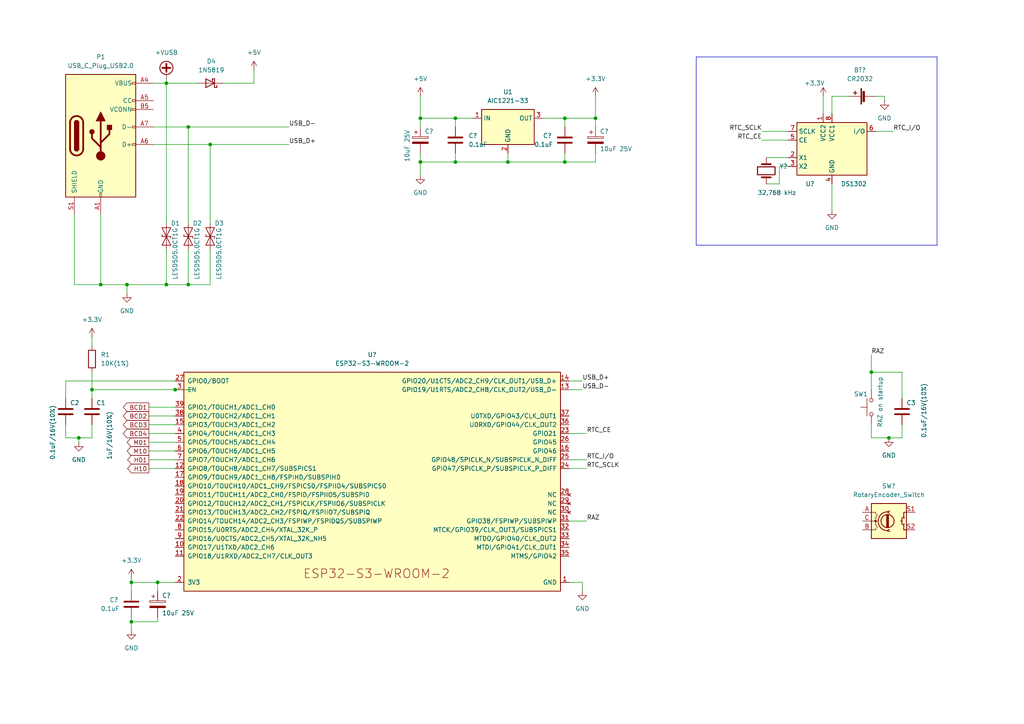
<source format=kicad_sch>
(kicad_sch (version 20230121) (generator eeschema)
  (paper "A4")
  (title_block (title "Horloge Nixie") (date "2023/07/01") (rev "0.1") (company "Laurent Claude"))
  (lib_symbols
    (symbol "Connector:USB_C_Plug_USB2.0" (pin_names (offset 1.016))
      (property "Reference" "P" (at -10.16 19.05 0))
      (property "Value" "USB_C_Plug_USB2.0" (at 12.7 19.05 0))
      (symbol "USB_C_Plug_USB2.0_0_0"
        (rectangle (start -0.254 -17.78) (end 0.254 -16.764))
        (rectangle (start 10.16 -2.286) (end 9.144 -2.794))
        (rectangle (start 10.16 2.794) (end 9.144 2.286))
        (rectangle (start 10.16 7.874) (end 9.144 7.366))
        (rectangle (start 10.16 10.414) (end 9.144 9.906))
        (rectangle (start 10.16 15.494) (end 9.144 14.986))
      )
      (symbol "USB_C_Plug_USB2.0_0_1"
        (rectangle (start -10.16 17.78) (end 10.16 -17.78) (stroke (width 0.254)) (fill (type background)))
        (arc (start -8.89 -3.81) (mid -6.985 -5.7067) (end -5.08 -3.81) (stroke (width 0.508)))
        (arc (start -7.62 -3.81) (mid -6.985 -4.4423) (end -6.35 -3.81) (stroke (width 0.254)))
        (arc (start -7.62 -3.81) (mid -6.985 -4.4423) (end -6.35 -3.81) (stroke (width 0.254)) (fill (type outline)))
        (rectangle (start -7.62 -3.81) (end -6.35 3.81) (stroke (width 0.254)) (fill (type outline)))
        (arc (start -6.35 3.81) (mid -6.985 4.4423) (end -7.62 3.81) (stroke (width 0.254)))
        (arc (start -6.35 3.81) (mid -6.985 4.4423) (end -7.62 3.81) (stroke (width 0.254)) (fill (type outline)))
        (arc (start -5.08 3.81) (mid -6.985 5.7067) (end -8.89 3.81) (stroke (width 0.508)))
        (circle (center -2.54 1.143) (radius 0.635) (stroke (width 0.254)) (fill (type outline)))
        (circle (center 0 -5.842) (radius 1.27) (fill (type outline)))
        (polyline (pts (xy -8.89 -3.81) (xy -8.89 3.81)) (stroke (width 0.508)))
        (polyline (pts (xy -5.08 3.81) (xy -5.08 -3.81)) (stroke (width 0.508)))
        (polyline (pts (xy 0 -5.842) (xy 0 4.318)) (stroke (width 0.508)))
        (polyline (pts (xy 0 -3.302) (xy -2.54 -0.762) (xy -2.54 0.508)) (stroke (width 0.508)))
        (polyline (pts (xy 0 -2.032) (xy 2.54 0.508) (xy 2.54 1.778)) (stroke (width 0.508)))
        (polyline (pts (xy -1.27 4.318) (xy 0 6.858) (xy 1.27 4.318) (xy -1.27 4.318)) (stroke (width 0.254)) (fill (type outline)))
        (rectangle (start 1.905 1.778) (end 3.175 3.048) (stroke (width 0.254)) (fill (type outline)))
      )
      (symbol "USB_C_Plug_USB2.0_1_1"
        (pin passive line (at 0 -22.86 90) (length 5.08) (name "GND") (number "A1"))
        (pin passive line (at 0 -22.86 90) (length 5.08) hide (name "GND") (number "A12"))
        (pin passive line (at 15.24 15.24 180) (length 5.08) (name "VBUS") (number "A4"))
        (pin bidirectional line (at 15.24 10.16 180) (length 5.08) (name "CC") (number "A5"))
        (pin bidirectional line (at 15.24 -2.54 180) (length 5.08) (name "D+") (number "A6"))
        (pin bidirectional line (at 15.24 2.54 180) (length 5.08) (name "D-") (number "A7"))
        (pin passive line (at 15.24 15.24 180) (length 5.08) hide (name "VBUS") (number "A9"))
        (pin passive line (at 0 -22.86 90) (length 5.08) hide (name "GND") (number "B1"))
        (pin passive line (at 0 -22.86 90) (length 5.08) hide (name "GND") (number "B12"))
        (pin passive line (at 15.24 15.24 180) (length 5.08) hide (name "VBUS") (number "B4"))
        (pin bidirectional line (at 15.24 7.62 180) (length 5.08) (name "VCONN") (number "B5"))
        (pin passive line (at 15.24 15.24 180) (length 5.08) hide (name "VBUS") (number "B9"))
        (pin passive line (at -7.62 -22.86 90) (length 5.08) (name "SHIELD") (number "S1"))
      )
    )
    (symbol "Device:Battery_Cell" (pin_numbers hide) (pin_names (offset 0) hide)
      (property "Reference" "BT" (at 2.54 2.54 0))
      (property "Value" "Battery_Cell" (at 2.54 0 0))
      (symbol "Battery_Cell_0_1"
        (rectangle (start -2.286 1.778) (end 2.286 1.524) (fill (type outline)))
        (rectangle (start -1.5748 1.1938) (end 1.4732 0.6858) (fill (type outline)))
        (polyline (pts (xy 0 0.762) (xy 0 0)))
        (polyline (pts (xy 0 1.778) (xy 0 2.54)))
        (polyline (pts (xy 0.508 3.429) (xy 1.524 3.429)) (stroke (width 0.254)))
        (polyline (pts (xy 1.016 3.937) (xy 1.016 2.921)) (stroke (width 0.254)))
      )
      (symbol "Battery_Cell_1_1"
        (pin passive line (at 0 5.08 270) (length 2.54) (name "+") (number "1"))
        (pin passive line (at 0 -2.54 90) (length 2.54) (name "-") (number "2"))
      )
    )
    (symbol "Device:C" (pin_numbers hide) (pin_names (offset 0.254))
      (property "Reference" "C" (at 0.635 2.54 0))
      (property "Value" "C" (at 0.635 -2.54 0))
      (symbol "C_0_1"
        (polyline (pts (xy -2.032 -0.762) (xy 2.032 -0.762)) (stroke (width 0.508)))
        (polyline (pts (xy -2.032 0.762) (xy 2.032 0.762)) (stroke (width 0.508)))
      )
      (symbol "C_1_1"
        (pin passive line (at 0 3.81 270) (length 2.794) (name "~") (number "1"))
        (pin passive line (at 0 -3.81 90) (length 2.794) (name "~") (number "2"))
      )
    )
    (symbol "Device:C_Polarized" (pin_numbers hide) (pin_names (offset 0.254))
      (property "Reference" "C" (at 0.635 2.54 0))
      (property "Value" "C_Polarized" (at 0.635 -2.54 0))
      (symbol "C_Polarized_0_1"
        (rectangle (start -2.286 0.508) (end 2.286 1.016))
        (polyline (pts (xy -1.778 2.286) (xy -0.762 2.286)))
        (polyline (pts (xy -1.27 2.794) (xy -1.27 1.778)))
        (rectangle (start 2.286 -0.508) (end -2.286 -1.016) (fill (type outline)))
      )
      (symbol "C_Polarized_1_1"
        (pin passive line (at 0 3.81 270) (length 2.794) (name "~") (number "1"))
        (pin passive line (at 0 -3.81 90) (length 2.794) (name "~") (number "2"))
      )
    )
    (symbol "Device:Crystal" (pin_numbers hide) (pin_names (offset 1.016) hide)
      (property "Reference" "Y" (at 0 3.81 0))
      (property "Value" "Crystal" (at 0 -3.81 0))
      (symbol "Crystal_0_1"
        (rectangle (start -1.143 2.54) (end 1.143 -2.54) (stroke (width 0.3048)))
        (polyline (pts (xy -2.54 0) (xy -1.905 0)))
        (polyline (pts (xy -1.905 -1.27) (xy -1.905 1.27)) (stroke (width 0.508)))
        (polyline (pts (xy 1.905 -1.27) (xy 1.905 1.27)) (stroke (width 0.508)))
        (polyline (pts (xy 2.54 0) (xy 1.905 0)))
      )
      (symbol "Crystal_1_1"
        (pin passive line (at -3.81 0 0) (length 1.27) (name "1") (number "1"))
        (pin passive line (at 3.81 0 180) (length 1.27) (name "2") (number "2"))
      )
    )
    (symbol "Device:R" (pin_numbers hide) (pin_names (offset 0))
      (property "Reference" "R" (at 2.032 0 90))
      (property "Value" "R" (at 0 0 90))
      (symbol "R_0_1"
        (rectangle (start -1.016 -2.54) (end 1.016 2.54) (stroke (width 0.254)))
      )
      (symbol "R_1_1"
        (pin passive line (at 0 3.81 270) (length 1.27) (name "~") (number "1"))
        (pin passive line (at 0 -3.81 90) (length 1.27) (name "~") (number "2"))
      )
    )
    (symbol "Device:RotaryEncoder_Switch" (pin_names (offset 0.254) hide)
      (property "Reference" "SW" (at 0 6.604 0))
      (property "Value" "RotaryEncoder_Switch" (at 0 -6.604 0))
      (symbol "RotaryEncoder_Switch_0_1"
        (rectangle (start -5.08 5.08) (end 5.08 -5.08) (stroke (width 0.254)) (fill (type background)))
        (circle (center -3.81 0) (radius 0.254) (fill (type outline)))
        (circle (center -0.381 0) (radius 1.905) (stroke (width 0.254)))
        (arc (start -0.381 2.667) (mid -3.0988 -0.0635) (end -0.381 -2.794) (stroke (width 0.254)))
        (polyline (pts (xy -0.635 -1.778) (xy -0.635 1.778)) (stroke (width 0.254)))
        (polyline (pts (xy -0.381 -1.778) (xy -0.381 1.778)) (stroke (width 0.254)))
        (polyline (pts (xy -0.127 1.778) (xy -0.127 -1.778)) (stroke (width 0.254)))
        (polyline (pts (xy 3.81 0) (xy 3.429 0)) (stroke (width 0.254)))
        (polyline (pts (xy 3.81 1.016) (xy 3.81 -1.016)) (stroke (width 0.254)))
        (polyline (pts (xy -5.08 -2.54) (xy -3.81 -2.54) (xy -3.81 -2.032)))
        (polyline (pts (xy -5.08 2.54) (xy -3.81 2.54) (xy -3.81 2.032)))
        (polyline (pts (xy 0.254 -3.048) (xy -0.508 -2.794) (xy 0.127 -2.413)) (stroke (width 0.254)))
        (polyline (pts (xy 0.254 2.921) (xy -0.508 2.667) (xy 0.127 2.286)) (stroke (width 0.254)))
        (polyline (pts (xy 5.08 -2.54) (xy 4.318 -2.54) (xy 4.318 -1.016)) (stroke (width 0.254)))
        (polyline (pts (xy 5.08 2.54) (xy 4.318 2.54) (xy 4.318 1.016)) (stroke (width 0.254)))
        (polyline (pts (xy -5.08 0) (xy -3.81 0) (xy -3.81 -1.016) (xy -3.302 -2.032)))
        (polyline (pts (xy -4.318 0) (xy -3.81 0) (xy -3.81 1.016) (xy -3.302 2.032)))
        (circle (center 4.318 -1.016) (radius 0.127) (stroke (width 0.254)))
        (circle (center 4.318 1.016) (radius 0.127) (stroke (width 0.254)))
      )
      (symbol "RotaryEncoder_Switch_1_1"
        (pin passive line (at -7.62 2.54 0) (length 2.54) (name "A") (number "A"))
        (pin passive line (at -7.62 -2.54 0) (length 2.54) (name "B") (number "B"))
        (pin passive line (at -7.62 0 0) (length 2.54) (name "C") (number "C"))
        (pin passive line (at 7.62 2.54 180) (length 2.54) (name "S1") (number "S1"))
        (pin passive line (at 7.62 -2.54 180) (length 2.54) (name "S2") (number "S2"))
      )
    )
    (symbol "Diode:1N5819" (pin_numbers hide) (pin_names (offset 1.016) hide)
      (property "Reference" "D" (at 0 2.54 0))
      (property "Value" "1N5819" (at 0 -2.54 0))
      (symbol "1N5819_0_1"
        (polyline (pts (xy 1.27 0) (xy -1.27 0)))
        (polyline (pts (xy 1.27 1.27) (xy 1.27 -1.27) (xy -1.27 0) (xy 1.27 1.27)) (stroke (width 0.254)))
        (polyline (pts (xy -1.905 0.635) (xy -1.905 1.27) (xy -1.27 1.27) (xy -1.27 -1.27) (xy -0.635 -1.27) (xy -0.635 -0.635)) (stroke (width 0.254)))
      )
      (symbol "1N5819_1_1"
        (pin passive line (at -3.81 0 0) (length 2.54) (name "K") (number "1"))
        (pin passive line (at 3.81 0 180) (length 2.54) (name "A") (number "2"))
      )
    )
    (symbol "Diode:SD05_SOD323" (pin_numbers hide) (pin_names (offset 1.016) hide)
      (property "Reference" "D" (at 0 2.54 0))
      (property "Value" "SD05_SOD323" (at 0 -2.54 0))
      (symbol "SD05_SOD323_0_1"
        (polyline (pts (xy 1.27 0) (xy -1.27 0)))
        (polyline (pts (xy -2.54 -1.27) (xy 0 0) (xy -2.54 1.27) (xy -2.54 -1.27)) (stroke (width 0.2032)))
        (polyline (pts (xy 0.508 1.27) (xy 0 1.27) (xy 0 -1.27) (xy -0.508 -1.27)) (stroke (width 0.2032)))
        (polyline (pts (xy 2.54 1.27) (xy 2.54 -1.27) (xy 0 0) (xy 2.54 1.27)) (stroke (width 0.2032)))
      )
      (symbol "SD05_SOD323_1_1"
        (pin passive line (at -3.81 0 0) (length 2.54) (name "A1") (number "1"))
        (pin passive line (at 3.81 0 180) (length 2.54) (name "A2") (number "2"))
      )
    )
    (symbol "Espressif:ESP32-S3-WROOM-2" (pin_names (offset 1.016))
      (property "Reference" "U" (at -55.88 38.1 0))
      (property "Value" "ESP32-S3-WROOM-2" (at -55.88 35.56 0))
      (symbol "ESP32-S3-WROOM-2_0_0"
        (rectangle (start -55.88 33.02) (end 53.34 -30.48) (stroke (width 0.254)) (fill (type background)))
        (text "ESP32-S3-WROOM-2" (at 0 -25.4 0) (effects (font (size 2.54 2.54))))
        (pin power_in line (at 55.88 -27.94 180) (length 2.54) (name "GND") (number "1"))
        (pin bidirectional line (at -58.42 -17.78 0) (length 2.54) (name "GPIO17/U1TXD/ADC2_CH6") (number "10"))
        (pin bidirectional line (at -58.42 -20.32 0) (length 2.54) (name "GPIO18/U1RXD/ADC2_CH7/CLK_OUT3") (number "11"))
        (pin bidirectional line (at -58.42 5.08 0) (length 2.54) (name "GPIO8/TOUCH8/ADC1_CH7/SUBSPICS1") (number "12"))
        (pin bidirectional line (at 55.88 27.94 180) (length 2.54) (name "GPIO19/U1RTS/ADC2_CH8/CLK_OUT2/USB_D-") (number "13"))
        (pin bidirectional line (at 55.88 30.48 180) (length 2.54) (name "GPIO20/U1CTS/ADC2_CH9/CLK_OUT1/USB_D+") (number "14"))
        (pin bidirectional line (at -58.42 17.78 0) (length 2.54) (name "GPIO3/TOUCH3/ADC1_CH2") (number "15"))
        (pin bidirectional line (at 55.88 10.16 180) (length 2.54) (name "GPIO46") (number "16"))
        (pin bidirectional line (at -58.42 2.54 0) (length 2.54) (name "GPIO9/TOUCH9/ADC1_CH8/FSPIHD/SUBSPIHD") (number "17"))
        (pin bidirectional line (at -58.42 0 0) (length 2.54) (name "GPIO10/TOUCH10/ADC1_CH9/FSPICS0/FSPIIO4/SUBSPICS0") (number "18"))
        (pin bidirectional line (at -58.42 -2.54 0) (length 2.54) (name "GPIO11/TOUCH11/ADC2_CH0/FSPID/FSPIIO5/SUBSPID") (number "19"))
        (pin power_in line (at -58.42 -27.94 0) (length 2.54) (name "3V3") (number "2"))
        (pin bidirectional line (at -58.42 -5.08 0) (length 2.54) (name "GPIO12/TOUCH12/ADC2_CH1/FSPICLK/FSPIIO6/SUBSPICLK") (number "20"))
        (pin bidirectional line (at -58.42 -7.62 0) (length 2.54) (name "GPIO13/TOUCH13/ADC2_CH2/FSPIQ/FSPIIO7/SUBSPIQ") (number "21"))
        (pin bidirectional line (at -58.42 -10.16 0) (length 2.54) (name "GPIO14/TOUCH14/ADC2_CH3/FSPIWP/FSPIDQS/SUBSPIWP") (number "22"))
        (pin bidirectional line (at 55.88 15.24 180) (length 2.54) (name "GPIO21") (number "23"))
        (pin bidirectional line (at 55.88 5.08 180) (length 2.54) (name "GPIO47/SPICLK_P/SUBSPICLK_P_DIFF") (number "24"))
        (pin bidirectional line (at 55.88 7.62 180) (length 2.54) (name "GPIO48/SPICLK_N/SUBSPICLK_N_DIFF") (number "25"))
        (pin bidirectional line (at 55.88 12.7 180) (length 2.54) (name "GPIO45") (number "26"))
        (pin bidirectional line (at -58.42 30.48 0) (length 2.54) (name "GPIO0/BOOT") (number "27"))
        (pin no_connect line (at 55.88 -2.54 180) (length 2.54) (name "NC") (number "28"))
        (pin no_connect line (at 55.88 -5.08 180) (length 2.54) (name "NC") (number "29"))
        (pin input line (at -58.42 27.94 0) (length 2.54) (name "EN") (number "3"))
        (pin no_connect line (at 55.88 -7.62 180) (length 2.54) (name "NC") (number "30"))
        (pin bidirectional line (at 55.88 -10.16 180) (length 2.54) (name "GPIO38/FSPIWP/SUBSPIWP") (number "31"))
        (pin bidirectional line (at 55.88 -12.7 180) (length 2.54) (name "MTCK/GPIO39/CLK_OUT3/SUBSPICS1") (number "32"))
        (pin bidirectional line (at 55.88 -15.24 180) (length 2.54) (name "MTDO/GPIO40/CLK_OUT2") (number "33"))
        (pin bidirectional line (at 55.88 -17.78 180) (length 2.54) (name "MTDI/GPIO41/CLK_OUT1") (number "34"))
        (pin bidirectional line (at 55.88 -20.32 180) (length 2.54) (name "MTMS/GPIO42") (number "35"))
        (pin bidirectional line (at 55.88 17.78 180) (length 2.54) (name "U0RXD/GPIO44/CLK_OUT2") (number "36"))
        (pin bidirectional line (at 55.88 20.32 180) (length 2.54) (name "U0TXD/GPIO43/CLK_OUT1") (number "37"))
        (pin bidirectional line (at -58.42 20.32 0) (length 2.54) (name "GPIO2/TOUCH2/ADC1_CH1") (number "38"))
        (pin bidirectional line (at -58.42 22.86 0) (length 2.54) (name "GPIO1/TOUCH1/ADC1_CH0") (number "39"))
        (pin bidirectional line (at -58.42 15.24 0) (length 2.54) (name "GPIO4/TOUCH4/ADC1_CH3") (number "4"))
        (pin passive line (at 55.88 -27.94 180) (length 2.54) hide (name "GND") (number "40"))
        (pin passive line (at 55.88 -27.94 180) (length 2.54) hide (name "GND") (number "41"))
        (pin bidirectional line (at -58.42 12.7 0) (length 2.54) (name "GPIO5/TOUCH5/ADC1_CH4") (number "5"))
        (pin bidirectional line (at -58.42 10.16 0) (length 2.54) (name "GPIO6/TOUCH6/ADC1_CH5") (number "6"))
        (pin bidirectional line (at -58.42 7.62 0) (length 2.54) (name "GPIO7/TOUCH7/ADC1_CH6") (number "7"))
        (pin bidirectional line (at -58.42 -12.7 0) (length 2.54) (name "GPIO15/U0RTS/ADC2_CH4/XTAL_32K_P") (number "8"))
        (pin bidirectional line (at -58.42 -15.24 0) (length 2.54) (name "GPIO16/U0CTS/ADC2_CH5/XTAL_32K_NH5") (number "9"))
      )
    )
    (symbol "Lolo_lib:+VUSB" (power) (pin_names (offset 0))
      (property "Value" "+VUSB" (at 0 6.35 0))
      (symbol "+VUSB_0_1"
        (polyline (pts (xy -1.143 3.175) (xy 1.143 3.175)) (stroke (width 0.508)))
        (polyline (pts (xy 0 0) (xy 0 1.27)))
        (polyline (pts (xy 0 2.032) (xy 0 4.318)) (stroke (width 0.508)))
        (circle (center 0 3.175) (radius 1.905) (stroke (width 0.254)))
      )
      (symbol "+VUSB_1_1"
        (pin power_in line (at 0 0 90) (length 0) hide (name "+VUSB") (number "1"))
      )
    )
    (symbol "Regulator_Linear:LT1963AxST-3.3"
      (property "Reference" "U" (at -7.62 6.35 0))
      (property "Value" "LT1963AxST-3.3" (at -1.27 6.35 0))
      (symbol "LT1963AxST-3.3_0_1"
        (rectangle (start -7.62 5.08) (end 7.62 -5.08) (stroke (width 0.254)) (fill (type background)))
      )
      (symbol "LT1963AxST-3.3_1_1"
        (pin power_in line (at -10.16 2.54 0) (length 2.54) (name "IN") (number "1"))
        (pin power_in line (at 0 -7.62 90) (length 2.54) (name "GND") (number "2"))
        (pin power_out line (at 10.16 2.54 180) (length 2.54) (name "OUT") (number "3"))
      )
    )
    (symbol "Switch:SW_Push" (pin_numbers hide) (pin_names (offset 1.016) hide)
      (property "Reference" "SW" (at 1.27 2.54 0))
      (property "Value" "SW_Push" (at 0 -1.524 0))
      (symbol "SW_Push_0_1"
        (circle (center -2.032 0) (radius 0.508))
        (polyline (pts (xy 0 1.27) (xy 0 3.048)))
        (polyline (pts (xy 2.54 1.27) (xy -2.54 1.27)))
        (circle (center 2.032 0) (radius 0.508))
        (pin passive line (at -5.08 0 0) (length 2.54) (name "1") (number "1"))
        (pin passive line (at 5.08 0 180) (length 2.54) (name "2") (number "2"))
      )
    )
    (symbol "Timer_RTC:DS1302+"
      (property "Reference" "U" (at -8.89 8.89 0))
      (property "Value" "DS1302+" (at 6.35 8.89 0))
      (symbol "DS1302+_1_1"
        (rectangle (start -10.16 7.62) (end 10.16 -7.62) (stroke (width 0.254)) (fill (type background)))
        (pin power_in line (at -2.54 10.16 270) (length 2.54) (name "VCC2") (number "1"))
        (pin input line (at -12.7 -2.54 0) (length 2.54) (name "X1") (number "2"))
        (pin input line (at -12.7 -5.08 0) (length 2.54) (name "X2") (number "3"))
        (pin power_in line (at 0 -10.16 90) (length 2.54) (name "GND") (number "4"))
        (pin input line (at -12.7 2.54 0) (length 2.54) (name "CE") (number "5"))
        (pin bidirectional line (at 12.7 5.08 180) (length 2.54) (name "I/O") (number "6"))
        (pin input line (at -12.7 5.08 0) (length 2.54) (name "SCLK") (number "7"))
        (pin power_in line (at 0 10.16 270) (length 2.54) (name "VCC1") (number "8"))
      )
    )
    (symbol "power:+3.3V" (power) (pin_names (offset 0))
      (property "Value" "+3.3V" (at 0 3.556 0))
      (symbol "+3.3V_0_1"
        (polyline (pts (xy -0.762 1.27) (xy 0 2.54)))
        (polyline (pts (xy 0 0) (xy 0 2.54)))
        (polyline (pts (xy 0 2.54) (xy 0.762 1.27)))
      )
      (symbol "+3.3V_1_1"
        (pin power_in line (at 0 0 90) (length 0) hide (name "+3.3V") (number "1"))
      )
    )
    (symbol "power:+5V" (power) (pin_names (offset 0))
      (property "Value" "+5V" (at 0 3.556 0))
      (symbol "+5V_0_1"
        (polyline (pts (xy -0.762 1.27) (xy 0 2.54)))
        (polyline (pts (xy 0 0) (xy 0 2.54)))
        (polyline (pts (xy 0 2.54) (xy 0.762 1.27)))
      )
      (symbol "+5V_1_1"
        (pin power_in line (at 0 0 90) (length 0) hide (name "+5V") (number "1"))
      )
    )
    (symbol "power:GND" (power) (pin_names (offset 0))
      (property "Value" "GND" (at 0 -3.81 0))
      (symbol "GND_0_1"
        (polyline (pts (xy 0 0) (xy 0 -1.27) (xy 1.27 -1.27) (xy 0 -2.54) (xy -1.27 -1.27) (xy 0 -1.27)))
      )
      (symbol "GND_1_1"
        (pin power_in line (at 0 0 270) (length 0) hide (name "GND") (number "1"))
      )
    )
  )
  (junction (at 121.92 46.99))
  (junction (at 257.81 127))
  (junction (at 48.26 82.55))
  (junction (at 48.26 24.13))
  (junction (at 38.1 180.34))
  (junction (at 163.83 34.29))
  (junction (at 38.1 168.91))
  (junction (at 45.72 168.91))
  (junction (at 54.61 82.55))
  (junction (at 36.83 82.55))
  (junction (at 147.32 46.99))
  (junction (at 26.67 113.03))
  (junction (at 29.21 82.55))
  (junction (at 132.08 34.29))
  (junction (at 132.08 46.99))
  (junction (at 121.92 34.29))
  (junction (at 54.61 36.83))
  (junction (at 22.86 127))
  (junction (at 60.96 41.91))
  (junction (at 163.83 46.99))
  (junction (at 172.72 34.29))
  (junction (at 252.73 107.95))
  (junction (at 50.8 113.03))
  (wire (pts (xy 163.83 44.45) (xy 163.83 46.99)))
  (wire (pts (xy 38.1 168.91) (xy 38.1 171.45)))
  (wire (pts (xy 29.21 82.55) (xy 36.83 82.55)))
  (wire (pts (xy 238.76 27.94) (xy 238.76 33.02)))
  (polyline (pts (xy 201.93 16.51) (xy 201.93 71.12)))
  (wire (pts (xy 172.72 46.99) (xy 163.83 46.99)))
  (wire (pts (xy 22.86 127) (xy 26.67 127)))
  (wire (pts (xy 21.59 82.55) (xy 29.21 82.55)))
  (wire (pts (xy 252.73 113.03) (xy 252.73 107.95)))
  (wire (pts (xy 43.18 130.81) (xy 50.8 130.81)))
  (wire (pts (xy 220.98 38.1) (xy 228.6 38.1)))
  (wire (pts (xy 50.8 110.49) (xy 19.05 110.49)))
  (wire (pts (xy 26.67 113.03) (xy 26.67 115.57)))
  (wire (pts (xy 168.91 171.45) (xy 168.91 168.91)))
  (wire (pts (xy 48.26 24.13) (xy 48.26 64.77)))
  (wire (pts (xy 132.08 44.45) (xy 132.08 46.99)))
  (wire (pts (xy 36.83 82.55) (xy 36.83 85.09)))
  (wire (pts (xy 38.1 168.91) (xy 45.72 168.91)))
  (wire (pts (xy 165.1 125.73) (xy 170.18 125.73)))
  (wire (pts (xy 45.72 179.07) (xy 45.72 180.34)))
  (wire (pts (xy 121.92 44.45) (xy 121.92 46.99)))
  (wire (pts (xy 26.67 113.03) (xy 50.8 113.03)))
  (wire (pts (xy 43.18 133.35) (xy 50.8 133.35)))
  (wire (pts (xy 54.61 82.55) (xy 54.61 72.39)))
  (wire (pts (xy 22.86 127) (xy 22.86 128.27)))
  (wire (pts (xy 121.92 46.99) (xy 121.92 50.8)))
  (wire (pts (xy 147.32 46.99) (xy 163.83 46.99)))
  (wire (pts (xy 43.18 120.65) (xy 50.8 120.65)))
  (wire (pts (xy 165.1 110.49) (xy 168.91 110.49)))
  (wire (pts (xy 132.08 34.29) (xy 132.08 36.83)))
  (wire (pts (xy 157.48 34.29) (xy 163.83 34.29)))
  (wire (pts (xy 38.1 167.64) (xy 38.1 168.91)))
  (wire (pts (xy 26.67 107.95) (xy 26.67 113.03)))
  (wire (pts (xy 43.18 118.11) (xy 50.8 118.11)))
  (wire (pts (xy 21.59 62.23) (xy 21.59 82.55)))
  (wire (pts (xy 48.26 72.39) (xy 48.26 82.55)))
  (wire (pts (xy 19.05 110.49) (xy 19.05 115.57)))
  (wire (pts (xy 48.26 24.13) (xy 48.26 22.86)))
  (wire (pts (xy 172.72 27.94) (xy 172.72 34.29)))
  (wire (pts (xy 261.62 127) (xy 261.62 123.19)))
  (wire (pts (xy 172.72 36.83) (xy 172.72 34.29)))
  (wire (pts (xy 228.6 48.26) (xy 226.06 48.26)))
  (wire (pts (xy 43.18 123.19) (xy 50.8 123.19)))
  (wire (pts (xy 121.92 34.29) (xy 121.92 36.83)))
  (wire (pts (xy 55.88 113.03) (xy 50.8 113.03)))
  (wire (pts (xy 29.21 62.23) (xy 29.21 82.55)))
  (wire (pts (xy 241.3 27.94) (xy 246.38 27.94)))
  (wire (pts (xy 44.45 36.83) (xy 54.61 36.83)))
  (wire (pts (xy 165.1 133.35) (xy 170.18 133.35)))
  (wire (pts (xy 43.18 135.89) (xy 50.8 135.89)))
  (wire (pts (xy 48.26 82.55) (xy 36.83 82.55)))
  (polyline (pts (xy 201.93 71.12) (xy 271.78 71.12)))
  (wire (pts (xy 60.96 41.91) (xy 60.96 64.77)))
  (wire (pts (xy 241.3 53.34) (xy 241.3 60.96)))
  (wire (pts (xy 60.96 41.91) (xy 83.82 41.91)))
  (wire (pts (xy 256.54 29.21) (xy 256.54 27.94)))
  (wire (pts (xy 254 38.1) (xy 259.08 38.1)))
  (wire (pts (xy 132.08 46.99) (xy 121.92 46.99)))
  (wire (pts (xy 163.83 34.29) (xy 163.83 36.83)))
  (wire (pts (xy 257.81 127) (xy 261.62 127)))
  (wire (pts (xy 132.08 46.99) (xy 147.32 46.99)))
  (wire (pts (xy 38.1 180.34) (xy 38.1 182.88)))
  (wire (pts (xy 165.1 151.13) (xy 170.18 151.13)))
  (wire (pts (xy 44.45 24.13) (xy 48.26 24.13)))
  (wire (pts (xy 165.1 113.03) (xy 168.91 113.03)))
  (wire (pts (xy 44.45 41.91) (xy 60.96 41.91)))
  (wire (pts (xy 64.77 24.13) (xy 73.66 24.13)))
  (wire (pts (xy 48.26 24.13) (xy 57.15 24.13)))
  (wire (pts (xy 252.73 107.95) (xy 261.62 107.95)))
  (wire (pts (xy 43.18 128.27) (xy 50.8 128.27)))
  (wire (pts (xy 26.67 97.79) (xy 26.67 100.33)))
  (wire (pts (xy 121.92 34.29) (xy 132.08 34.29)))
  (wire (pts (xy 38.1 179.07) (xy 38.1 180.34)))
  (wire (pts (xy 226.06 48.26) (xy 226.06 53.34)))
  (wire (pts (xy 252.73 123.19) (xy 252.73 127)))
  (polyline (pts (xy 271.78 16.51) (xy 271.78 71.12)))
  (polyline (pts (xy 271.78 16.51) (xy 201.93 16.51)))
  (wire (pts (xy 252.73 127) (xy 257.81 127)))
  (wire (pts (xy 222.25 45.72) (xy 228.6 45.72)))
  (wire (pts (xy 45.72 180.34) (xy 38.1 180.34)))
  (wire (pts (xy 73.66 24.13) (xy 73.66 20.32)))
  (wire (pts (xy 252.73 102.87) (xy 252.73 107.95)))
  (wire (pts (xy 261.62 107.95) (xy 261.62 115.57)))
  (wire (pts (xy 256.54 27.94) (xy 254 27.94)))
  (wire (pts (xy 220.98 40.64) (xy 228.6 40.64)))
  (wire (pts (xy 172.72 34.29) (xy 163.83 34.29)))
  (wire (pts (xy 48.26 82.55) (xy 54.61 82.55)))
  (wire (pts (xy 132.08 34.29) (xy 137.16 34.29)))
  (wire (pts (xy 43.18 125.73) (xy 50.8 125.73)))
  (wire (pts (xy 147.32 44.45) (xy 147.32 46.99)))
  (wire (pts (xy 168.91 168.91) (xy 165.1 168.91)))
  (wire (pts (xy 26.67 127) (xy 26.67 123.19)))
  (wire (pts (xy 60.96 82.55) (xy 60.96 72.39)))
  (wire (pts (xy 19.05 127) (xy 22.86 127)))
  (wire (pts (xy 54.61 36.83) (xy 83.82 36.83)))
  (wire (pts (xy 19.05 123.19) (xy 19.05 127)))
  (wire (pts (xy 45.72 168.91) (xy 45.72 171.45)))
  (wire (pts (xy 54.61 82.55) (xy 60.96 82.55)))
  (wire (pts (xy 121.92 27.94) (xy 121.92 34.29)))
  (wire (pts (xy 45.72 168.91) (xy 50.8 168.91)))
  (wire (pts (xy 172.72 44.45) (xy 172.72 46.99)))
  (wire (pts (xy 54.61 36.83) (xy 54.61 64.77)))
  (wire (pts (xy 165.1 135.89) (xy 170.18 135.89)))
  (wire (pts (xy 241.3 27.94) (xy 241.3 33.02)))
  (wire (pts (xy 226.06 53.34) (xy 222.25 53.34)))
  (label "RAZ" (at 252.73 102.87 0))
  (label "USB_D-" (at 83.82 36.83 0))
  (label "USB_D+" (at 83.82 41.91 0))
  (label "RTC_CE" (at 170.18 125.73 0))
  (label "RTC_I{slash}O" (at 259.08 38.1 0))
  (label "RTC_SCLK" (at 220.98 38.1 180))
  (label "RTC_I{slash}O" (at 170.18 133.35 0))
  (label "RTC_CE" (at 220.98 40.64 180))
  (label "USB_D+" (at 168.91 110.49 0))
  (label "RTC_SCLK" (at 170.18 135.89 0))
  (label "RAZ" (at 170.18 151.13 0))
  (label "USB_D-" (at 168.91 113.03 0))
  (global_label "M01" (shape output) (at 43.18 128.27 180) (property "Intersheetrefs" "${INTERSHEET_REFS}" (effects hide)) (property "Références Inter-Feuilles" "${INTERSHEET_REFS}" (effects hide)))
  (global_label "BCD4" (shape output) (at 43.18 125.73 180) (property "Intersheetrefs" "${INTERSHEET_REFS}" (effects hide)) (property "Références Inter-Feuilles" "${INTERSHEET_REFS}" (effects hide)))
  (global_label "M10" (shape output) (at 43.18 130.81 180) (property "Intersheetrefs" "${INTERSHEET_REFS}" (effects hide)) (property "Références Inter-Feuilles" "${INTERSHEET_REFS}" (effects hide)))
  (global_label "H01" (shape output) (at 43.18 133.35 180) (property "Intersheetrefs" "${INTERSHEET_REFS}" (effects hide)) (property "Références Inter-Feuilles" "${INTERSHEET_REFS}" (effects hide)))
  (global_label "BCD1" (shape output) (at 43.18 118.11 180) (property "Intersheetrefs" "${INTERSHEET_REFS}" (effects hide)) (property "Références Inter-Feuilles" "${INTERSHEET_REFS}" (effects hide)))
  (global_label "BCD2" (shape output) (at 43.18 120.65 180) (property "Intersheetrefs" "${INTERSHEET_REFS}" (effects hide)) (property "Références Inter-Feuilles" "${INTERSHEET_REFS}" (effects hide)))
  (global_label "H10" (shape output) (at 43.18 135.89 180) (property "Intersheetrefs" "${INTERSHEET_REFS}" (effects hide)) (property "Références Inter-Feuilles" "${INTERSHEET_REFS}" (effects hide)))
  (global_label "BCD3" (shape output) (at 43.18 123.19 180) (property "Intersheetrefs" "${INTERSHEET_REFS}" (effects hide)) (property "Références Inter-Feuilles" "${INTERSHEET_REFS}" (effects hide)))
  (symbol (lib_id "Device:Battery_Cell") (at 251.46 27.94 90) (unit 1)
    (property "Reference" "BT?" (at 249.428 20.32 90))
    (property "Value" "CR2032" (at 249.428 22.86 90))
  )
  (symbol (lib_id "power:GND") (at 256.54 29.21 0) (unit 1)
    (property "Reference" "#PWR?" (effects hide))
    (property "Value" "GND" (at 256.54 34.29 0))
  )
  (symbol (lib_id "Lolo_lib:+VUSB") (at 48.26 22.86 0) (unit 1)
    (property "Reference" "#PWR?" (effects hide))
    (property "Value" "+VUSB" (at 48.26 15.24 0))
  )
  (symbol (lib_id "Diode:SD05_SOD323") (at 60.96 68.58 90) (unit 1)
    (property "Reference" "D3" (at 62.23 64.77 90) (effects (justify right)))
    (property "Value" "LESD5D5.0CT1G" (at 63.5 66.04 0) (effects (justify right)))
    (property "Footprint" "Diode_SMD:D_SOD-323" (effects hide))
    (property "Datasheet" "https://www.littelfuse.com/~/media/electronics/datasheets/tvs_diode_arrays/littelfuse_tvs_diode_array_sd_c_datasheet.pdf.pdf" (effects hide))
  )
  (symbol (lib_id "Device:C_Polarized") (at 121.92 40.64 0) (unit 1)
    (property "Reference" "C?" (at 123.19 38.1 0) (effects (justify left)))
    (property "Value" "10uF 25V" (at 118.11 46.99 90) (effects (justify left)))
  )
  (symbol (lib_id "Device:C") (at 261.62 119.38 0) (unit 1)
    (property "Reference" "C3" (at 262.89 116.84 0) (effects (justify left)))
    (property "Value" "0.1uF/16V(10%)" (at 267.97 127 90) (effects (justify left)))
  )
  (symbol (lib_id "power:GND") (at 38.1 182.88 0) (unit 1)
    (property "Reference" "#PWR?" (effects hide))
    (property "Value" "GND" (at 38.1 187.96 0))
  )
  (symbol (lib_id "power:+3.3V") (at 172.72 27.94 0) (unit 1)
    (property "Reference" "#PWR?" (effects hide))
    (property "Value" "+3.3V" (at 172.72 22.86 0))
  )
  (symbol (lib_id "Device:C") (at 132.08 40.64 0) (unit 1)
    (property "Reference" "C?" (at 135.89 39.3699 0) (effects (justify left)))
    (property "Value" "0.1uF" (at 135.89 41.9099 0) (effects (justify left)))
  )
  (symbol (lib_id "power:+3.3V") (at 238.76 27.94 0) (unit 1)
    (property "Reference" "#PWR?" (effects hide))
    (property "Value" "+3.3V" (at 236.22 24.13 0))
  )
  (symbol (lib_id "Regulator_Linear:LT1963AxST-3.3") (at 147.32 36.83 0) (unit 1)
    (property "Reference" "U1" (at 147.32 26.67 0))
    (property "Value" "AIC1221-33" (at 147.32 29.21 0))
    (property "Footprint" "Package_TO_SOT_SMD:SOT-223-3_TabPin2" (effects hide))
    (property "Datasheet" "https://www.analog.com/media/en/technical-documentation/data-sheets/1963aff.pdf" (effects hide))
  )
  (symbol (lib_id "Device:C") (at 163.83 40.64 0) (unit 1)
    (property "Reference" "C?" (at 157.48 39.37 0) (effects (justify left)))
    (property "Value" "0.1uF" (at 154.94 41.91 0) (effects (justify left)))
  )
  (symbol (lib_id "Device:RotaryEncoder_Switch") (at 257.81 151.13 0) (unit 1)
    (property "Reference" "SW?" (at 257.81 140.97 0))
    (property "Value" "RotaryEncoder_Switch" (at 257.81 143.51 0))
  )
  (symbol (lib_id "Device:Crystal") (at 222.25 49.53 90) (unit 1)
    (property "Reference" "Y?" (at 226.06 48.2599 90) (effects (justify right)))
    (property "Value" "32,768 kHz" (at 219.71 55.88 90) (effects (justify right)))
  )
  (symbol (lib_id "power:GND") (at 257.81 127 0) (unit 1)
    (property "Reference" "#PWR05" (effects hide))
    (property "Value" "GND" (at 257.81 132.08 0))
  )
  (symbol (lib_id "Diode:SD05_SOD323") (at 54.61 68.58 90) (unit 1)
    (property "Reference" "D2" (at 55.88 64.77 90) (effects (justify right)))
    (property "Value" "LESD5D5.0CT1G" (at 57.15 66.04 0) (effects (justify right)))
    (property "Footprint" "Diode_SMD:D_SOD-323" (effects hide))
    (property "Datasheet" "https://www.littelfuse.com/~/media/electronics/datasheets/tvs_diode_arrays/littelfuse_tvs_diode_array_sd_c_datasheet.pdf.pdf" (effects hide))
  )
  (symbol (lib_id "Device:C_Polarized") (at 172.72 40.64 0) (unit 1)
    (property "Reference" "C?" (at 173.99 38.1 0) (effects (justify left)))
    (property "Value" "10uF 25V" (at 173.99 43.18 0) (effects (justify left)))
  )
  (symbol (lib_id "Device:C_Polarized") (at 45.72 175.26 0) (unit 1)
    (property "Reference" "C?" (at 46.99 172.72 0) (effects (justify left)))
    (property "Value" "10uF 25V" (at 46.99 177.8 0) (effects (justify left)))
  )
  (symbol (lib_id "Device:C") (at 26.67 119.38 0) (unit 1)
    (property "Reference" "C1" (at 27.94 116.84 0) (effects (justify left)))
    (property "Value" "1uF/16V(10%)" (at 31.75 133.35 90) (effects (justify left)))
  )
  (symbol (lib_id "Switch:SW_Push") (at 252.73 118.11 90) (unit 1)
    (property "Reference" "SW1" (at 247.65 114.3 90) (effects (justify right)))
    (property "Value" "RAZ on startup" (at 255.27 109.22 0) (effects (justify right)))
  )
  (symbol (lib_id "power:GND") (at 22.86 128.27 0) (unit 1)
    (property "Reference" "#PWR03" (effects hide))
    (property "Value" "GND" (at 22.86 133.35 0))
  )
  (symbol (lib_id "Device:R") (at 26.67 104.14 0) (unit 1)
    (property "Reference" "R1" (at 29.21 102.87 0) (effects (justify left)))
    (property "Value" "10K(1%)" (at 29.21 105.41 0) (effects (justify left)))
  )
  (symbol (lib_id "Diode:1N5819") (at 60.96 24.13 180) (unit 1)
    (property "Reference" "D4" (at 61.2775 17.78 0))
    (property "Value" "1N5819" (at 61.2775 20.32 0))
    (property "Footprint" "Diode_THT:D_DO-41_SOD81_P10.16mm_Horizontal" (effects hide))
    (property "Datasheet" "http://www.vishay.com/docs/88525/1n5817.pdf" (effects hide))
  )
  (symbol (lib_id "Device:C") (at 19.05 119.38 0) (unit 1)
    (property "Reference" "C2" (at 20.32 116.84 0) (effects (justify left)))
    (property "Value" "0.1uF/16V(10%)" (at 15.24 133.35 90) (effects (justify left)))
  )
  (symbol (lib_id "Espressif:ESP32-S3-WROOM-2") (at 109.22 140.97 0) (unit 1)
    (property "Reference" "U?" (at 107.95 102.87 0))
    (property "Value" "ESP32-S3-WROOM-2" (at 107.95 105.41 0))
    (property "Footprint" "Espressif:ESP32-S3-WROOM-2" (effects hide))
    (property "Datasheet" "https://www.espressif.com/sites/default/files/documentation/esp32-s3-wroom-2_datasheet_en.pdf" (effects hide))
  )
  (symbol (lib_id "Timer_RTC:DS1302+") (at 241.3 43.18 0) (unit 1)
    (property "Reference" "U?" (at 234.95 53.34 0))
    (property "Value" "DS1302" (at 247.65 53.34 0))
    (property "Footprint" "Package_DIP:DIP-8_W7.62mm" (effects hide))
    (property "Datasheet" "https://datasheets.maximintegrated.com/en/ds/DS1302.pdf" (effects hide))
  )
  (symbol (lib_id "Diode:SD05_SOD323") (at 48.26 68.58 90) (unit 1)
    (property "Reference" "D1" (at 49.53 64.77 90) (effects (justify right)))
    (property "Value" "LESD5D5.0CT1G" (at 50.8 66.04 0) (effects (justify right)))
    (property "Footprint" "Diode_SMD:D_SOD-323" (effects hide))
    (property "Datasheet" "https://www.littelfuse.com/~/media/electronics/datasheets/tvs_diode_arrays/littelfuse_tvs_diode_array_sd_c_datasheet.pdf.pdf" (effects hide))
  )
  (symbol (lib_id "power:GND") (at 241.3 60.96 0) (unit 1)
    (property "Reference" "#PWR?" (effects hide))
    (property "Value" "GND" (at 241.3 66.04 0))
  )
  (symbol (lib_id "Connector:USB_C_Plug_USB2.0") (at 29.21 39.37 0) (unit 1)
    (property "Reference" "P1" (at 29.21 16.51 0))
    (property "Value" "USB_C_Plug_USB2.0" (at 29.21 19.05 0))
    (property "Datasheet" "https://www.usb.org/sites/default/files/documents/usb_type-c.zip" (effects hide))
  )
  (symbol (lib_id "Device:C") (at 38.1 175.26 0) (unit 1)
    (property "Reference" "C?" (at 31.75 173.99 0) (effects (justify left)))
    (property "Value" "0.1uF" (at 29.21 176.53 0) (effects (justify left)))
  )
  (symbol (lib_id "power:GND") (at 36.83 85.09 0) (unit 1)
    (property "Reference" "#PWR?" (effects hide))
    (property "Value" "GND" (at 36.83 90.17 0))
  )
  (symbol (lib_id "power:GND") (at 121.92 50.8 0) (unit 1)
    (property "Reference" "#PWR?" (effects hide))
    (property "Value" "GND" (at 121.92 55.88 0))
  )
  (symbol (lib_id "power:+3.3V") (at 38.1 167.64 0) (unit 1)
    (property "Reference" "#PWR?" (effects hide))
    (property "Value" "+3.3V" (at 38.1 162.56 0))
  )
  (symbol (lib_id "power:+3.3V") (at 26.67 97.79 0) (unit 1)
    (property "Reference" "#PWR04" (effects hide))
    (property "Value" "+3.3V" (at 26.67 92.71 0))
  )
  (symbol (lib_id "power:+5V") (at 73.66 20.32 0) (unit 1)
    (property "Reference" "#PWR01" (effects hide))
    (property "Value" "+5V" (at 73.66 15.24 0))
  )
  (symbol (lib_id "power:GND") (at 168.91 171.45 0) (unit 1)
    (property "Reference" "#PWR?" (effects hide))
    (property "Value" "GND" (at 168.91 176.53 0))
  )
  (symbol (lib_id "power:+5V") (at 121.92 27.94 0) (unit 1)
    (property "Reference" "#PWR02" (effects hide))
    (property "Value" "+5V" (at 121.92 22.86 0))
  )
)
</source>
